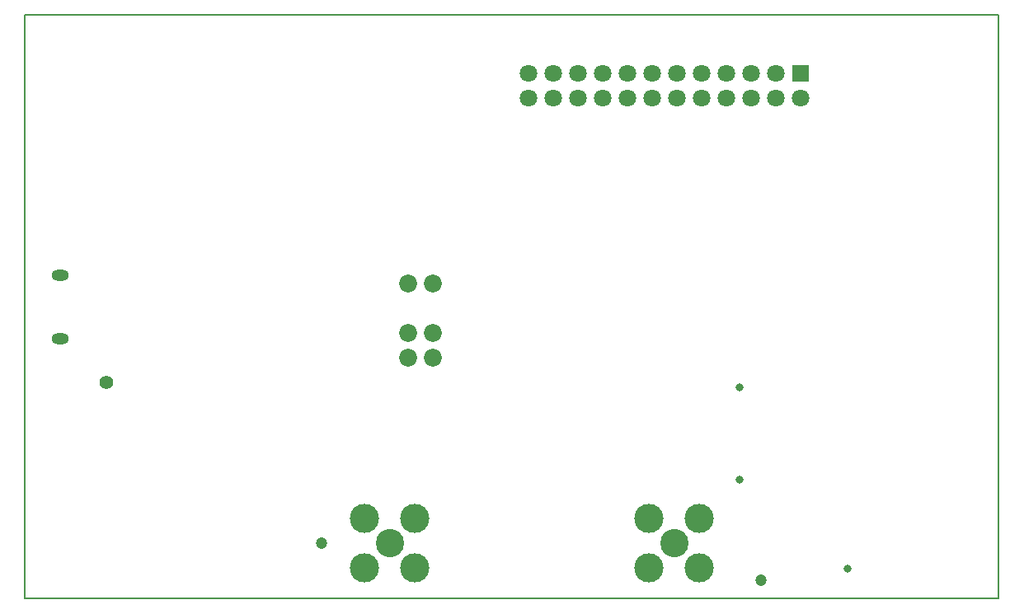
<source format=gbs>
G04 Layer_Color=16711935*
%FSLAX44Y44*%
%MOMM*%
G71*
G01*
G75*
%ADD46C,0.1270*%
%ADD93C,1.4032*%
%ADD94C,1.8432*%
%ADD95C,1.2032*%
%ADD96O,1.8032X1.1032*%
%ADD97C,1.8034*%
%ADD98R,1.8034X1.8034*%
%ADD99C,3.0032*%
%ADD100C,2.9032*%
%ADD101C,0.8032*%
D46*
X0Y0D02*
X1000000D01*
Y600000D01*
X0D02*
X1000000D01*
X0Y0D02*
Y600000D01*
D93*
X83820Y222250D02*
D03*
D94*
X393700Y273050D02*
D03*
X419100D02*
D03*
Y247650D02*
D03*
X393700D02*
D03*
X419100Y323850D02*
D03*
X393700D02*
D03*
D95*
X304800Y57150D02*
D03*
X755650Y19050D02*
D03*
D96*
X36155Y332720D02*
D03*
Y266720D02*
D03*
D97*
X542290Y539750D02*
D03*
Y514350D02*
D03*
X516890Y539750D02*
D03*
Y514350D02*
D03*
X796290D02*
D03*
X770890Y539750D02*
D03*
Y514350D02*
D03*
X745490Y539750D02*
D03*
Y514350D02*
D03*
X720090Y539750D02*
D03*
Y514350D02*
D03*
X694690Y539750D02*
D03*
Y514350D02*
D03*
X669290Y539750D02*
D03*
Y514350D02*
D03*
X643890Y539750D02*
D03*
Y514350D02*
D03*
X618490Y539750D02*
D03*
Y514350D02*
D03*
X593090Y539750D02*
D03*
Y514350D02*
D03*
X567690Y539750D02*
D03*
Y514350D02*
D03*
D98*
X796290Y539750D02*
D03*
D99*
X400400Y82900D02*
D03*
X348900D02*
D03*
X400400Y31400D02*
D03*
X348900D02*
D03*
X692500Y82900D02*
D03*
X641000D02*
D03*
X692500Y31400D02*
D03*
X641000D02*
D03*
D100*
X374650Y57150D02*
D03*
X666750D02*
D03*
D101*
X734060Y121920D02*
D03*
Y217170D02*
D03*
X844550Y30480D02*
D03*
M02*

</source>
